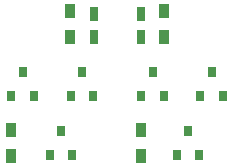
<source format=gtp>
G04 #@! TF.FileFunction,Paste,Top*
%FSLAX46Y46*%
G04 Gerber Fmt 4.6, Leading zero omitted, Abs format (unit mm)*
G04 Created by KiCad (PCBNEW 4.0.5) date 02/05/17 18:09:27*
%MOMM*%
%LPD*%
G01*
G04 APERTURE LIST*
%ADD10C,0.100000*%
%ADD11R,0.900000X1.200000*%
%ADD12R,0.800000X0.900000*%
%ADD13R,0.750000X1.200000*%
G04 APERTURE END LIST*
D10*
D11*
X103000000Y-71100000D03*
X103000000Y-68900000D03*
D12*
X119050000Y-66000000D03*
X120950000Y-66000000D03*
X120000000Y-64000000D03*
X117050000Y-71000000D03*
X118950000Y-71000000D03*
X118000000Y-69000000D03*
X103050000Y-66000000D03*
X104950000Y-66000000D03*
X104000000Y-64000000D03*
X106300000Y-71000000D03*
X108200000Y-71000000D03*
X107250000Y-69000000D03*
X108050000Y-66000000D03*
X109950000Y-66000000D03*
X109000000Y-64000000D03*
X114050000Y-66000000D03*
X115950000Y-66000000D03*
X115000000Y-64000000D03*
D11*
X114000000Y-71100000D03*
X114000000Y-68900000D03*
X108000000Y-61000000D03*
X108000000Y-58800000D03*
X116000000Y-61000000D03*
X116000000Y-58800000D03*
D13*
X110000000Y-59100000D03*
X110000000Y-61000000D03*
X114000000Y-59100000D03*
X114000000Y-61000000D03*
M02*

</source>
